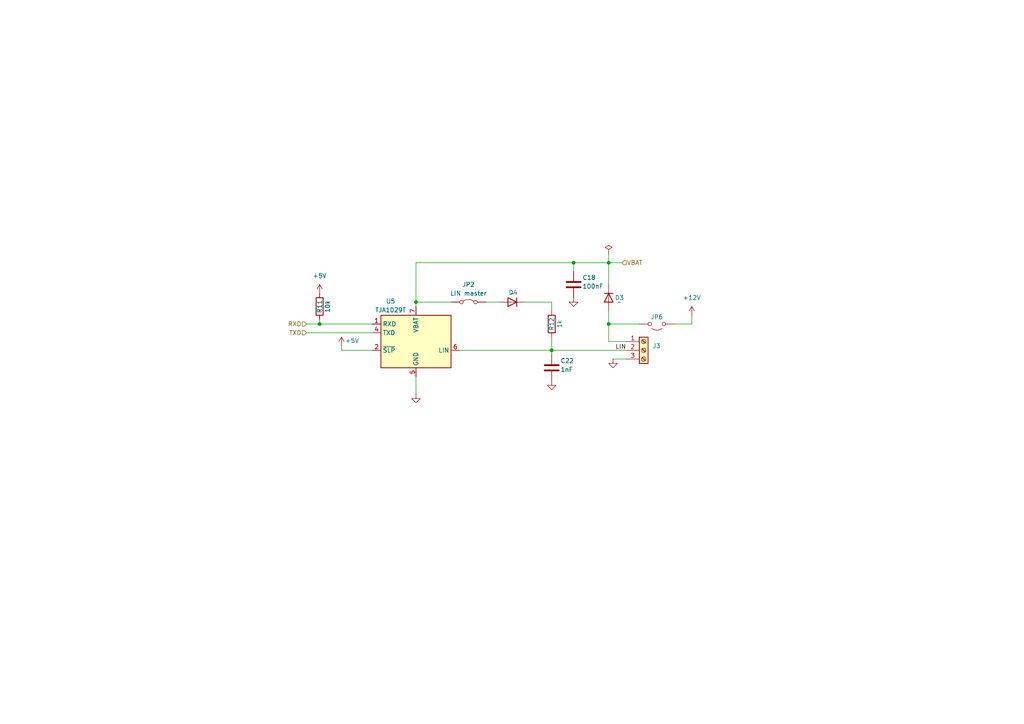
<source format=kicad_sch>
(kicad_sch (version 20231120) (generator "eeschema") (generator_version "8.0")
  (paper "A4")
  (title_block (title "FTDI Quad LIN"))
  (lib_symbols
    (symbol "Connector:Screw_Terminal_01x03" (pin_names (offset 1.016) hide)
      (property "Reference" "J" (at 0 5.08 0))
      (property "Value" "Screw_Terminal_01x03" (at 0 -5.08 0))
      (symbol "Screw_Terminal_01x03_1_1"
        (rectangle (start -1.27 3.81) (end 1.27 -3.81) (stroke (width 0.254)) (fill (type background)))
        (circle (center 0 -2.54) (radius 0.635) (stroke (width 0.1524)))
        (polyline (pts (xy -0.5334 -2.2098) (xy 0.3302 -3.048)) (stroke (width 0.1524)))
        (polyline (pts (xy -0.5334 0.3302) (xy 0.3302 -0.508)) (stroke (width 0.1524)))
        (polyline (pts (xy -0.5334 2.8702) (xy 0.3302 2.032)) (stroke (width 0.1524)))
        (polyline (pts (xy -0.3556 -2.032) (xy 0.508 -2.8702)) (stroke (width 0.1524)))
        (polyline (pts (xy -0.3556 0.508) (xy 0.508 -0.3302)) (stroke (width 0.1524)))
        (polyline (pts (xy -0.3556 3.048) (xy 0.508 2.2098)) (stroke (width 0.1524)))
        (circle (center 0 0) (radius 0.635) (stroke (width 0.1524)))
        (circle (center 0 2.54) (radius 0.635) (stroke (width 0.1524)))
        (pin passive line (at -5.08 2.54 0) (length 3.81) (name "Pin_1") (number "1"))
        (pin passive line (at -5.08 0 0) (length 3.81) (name "Pin_2") (number "2"))
        (pin passive line (at -5.08 -2.54 0) (length 3.81) (name "Pin_3") (number "3"))
      )
    )
    (symbol "Device:C" (pin_numbers hide) (pin_names (offset 0.254))
      (property "Reference" "C" (at 0.635 2.54 0))
      (property "Value" "C" (at 0.635 -2.54 0))
      (symbol "C_0_1"
        (polyline (pts (xy -2.032 -0.762) (xy 2.032 -0.762)) (stroke (width 0.508)))
        (polyline (pts (xy -2.032 0.762) (xy 2.032 0.762)) (stroke (width 0.508)))
      )
      (symbol "C_1_1"
        (pin passive line (at 0 3.81 270) (length 2.794) (name "~") (number "1"))
        (pin passive line (at 0 -3.81 90) (length 2.794) (name "~") (number "2"))
      )
    )
    (symbol "Device:D" (pin_numbers hide) (pin_names (offset 1.016) hide)
      (property "Reference" "D" (at 0 2.54 0))
      (property "Value" "D" (at 0 -2.54 0))
      (symbol "D_0_1"
        (polyline (pts (xy -1.27 1.27) (xy -1.27 -1.27)) (stroke (width 0.254)))
        (polyline (pts (xy 1.27 0) (xy -1.27 0)))
        (polyline (pts (xy 1.27 1.27) (xy 1.27 -1.27) (xy -1.27 0) (xy 1.27 1.27)) (stroke (width 0.254)))
      )
      (symbol "D_1_1"
        (pin passive line (at -3.81 0 0) (length 2.54) (name "K") (number "1"))
        (pin passive line (at 3.81 0 180) (length 2.54) (name "A") (number "2"))
      )
    )
    (symbol "Device:R" (pin_numbers hide) (pin_names (offset 0))
      (property "Reference" "R" (at 2.032 0 90))
      (property "Value" "R" (at 0 0 90))
      (symbol "R_0_1"
        (rectangle (start -1.016 -2.54) (end 1.016 2.54) (stroke (width 0.254)))
      )
      (symbol "R_1_1"
        (pin passive line (at 0 3.81 270) (length 1.27) (name "~") (number "1"))
        (pin passive line (at 0 -3.81 90) (length 1.27) (name "~") (number "2"))
      )
    )
    (symbol "Interface_CAN_LIN:TJA1029T"
      (property "Reference" "U" (at -10.16 8.89 0))
      (property "Value" "TJA1029T" (at 1.27 8.89 0))
      (symbol "TJA1029T_0_1"
        (rectangle (start -10.16 7.62) (end 10.16 -7.62) (stroke (width 0.254)) (fill (type background)))
      )
      (symbol "TJA1029T_1_1"
        (pin open_collector line (at -12.7 5.08 0) (length 2.54) (name "RXD") (number "1"))
        (pin input line (at -12.7 -2.54 0) (length 2.54) (name "~{SLP}") (number "2"))
        (pin no_connect line (at -10.16 -5.08 0) (length 2.54) hide (name "NC") (number "3"))
        (pin input line (at -12.7 2.54 0) (length 2.54) (name "TXD") (number "4"))
        (pin power_in line (at 0 -10.16 90) (length 2.54) (name "GND") (number "5"))
        (pin bidirectional line (at 12.7 -2.54 180) (length 2.54) (name "LIN") (number "6"))
        (pin power_in line (at 0 10.16 270) (length 2.54) (name "VBAT") (number "7"))
        (pin no_connect line (at 10.16 2.54 180) (length 2.54) hide (name "NC") (number "8"))
      )
    )
    (symbol "Jumper:Jumper_2_Bridged" (pin_numbers hide) (pin_names (offset 0) hide) (exclude_from_sim yes)
      (property "Reference" "JP" (at 0 1.905 0))
      (property "Value" "Jumper_2_Bridged" (at 0 -2.54 0))
      (symbol "Jumper_2_Bridged_0_0"
        (circle (center -2.032 0) (radius 0.508))
        (circle (center 2.032 0) (radius 0.508))
      )
      (symbol "Jumper_2_Bridged_0_1"
        (arc (start 1.524 0.254) (mid 0 0.762) (end -1.524 0.254))
      )
      (symbol "Jumper_2_Bridged_1_1"
        (pin passive line (at -5.08 0 0) (length 2.54) (name "A") (number "1"))
        (pin passive line (at 5.08 0 180) (length 2.54) (name "B") (number "2"))
      )
    )
    (symbol "Jumper:Jumper_2_Open" (pin_numbers hide) (pin_names (offset 0) hide) (exclude_from_sim yes)
      (property "Reference" "JP" (at 0 2.794 0))
      (property "Value" "Jumper_2_Open" (at 0 -2.286 0))
      (symbol "Jumper_2_Open_0_0"
        (circle (center -2.032 0) (radius 0.508))
        (circle (center 2.032 0) (radius 0.508))
      )
      (symbol "Jumper_2_Open_0_1"
        (arc (start 1.524 1.27) (mid 0 1.778) (end -1.524 1.27))
      )
      (symbol "Jumper_2_Open_1_1"
        (pin passive line (at -5.08 0 0) (length 2.54) (name "A") (number "1"))
        (pin passive line (at 5.08 0 180) (length 2.54) (name "B") (number "2"))
      )
    )
    (symbol "power:+12V" (power) (pin_numbers hide) (pin_names (offset 0) hide)
      (property "Value" "+12V" (at 0 3.556 0))
      (symbol "+12V_0_1"
        (polyline (pts (xy -0.762 1.27) (xy 0 2.54)))
        (polyline (pts (xy 0 0) (xy 0 2.54)))
        (polyline (pts (xy 0 2.54) (xy 0.762 1.27)))
      )
      (symbol "+12V_1_1"
        (pin power_in line (at 0 0 90) (length 0) (name "~") (number "1"))
      )
    )
    (symbol "power:+5V" (power) (pin_numbers hide) (pin_names (offset 0) hide)
      (property "Value" "+5V" (at 0 3.556 0))
      (symbol "+5V_0_1"
        (polyline (pts (xy -0.762 1.27) (xy 0 2.54)))
        (polyline (pts (xy 0 0) (xy 0 2.54)))
        (polyline (pts (xy 0 2.54) (xy 0.762 1.27)))
      )
      (symbol "+5V_1_1"
        (pin power_in line (at 0 0 90) (length 0) (name "~") (number "1"))
      )
    )
    (symbol "power:GND" (power) (pin_numbers hide) (pin_names (offset 0) hide)
      (property "Value" "GND" (at 0 -3.81 0))
      (symbol "GND_0_1"
        (polyline (pts (xy 0 0) (xy 0 -1.27) (xy 1.27 -1.27) (xy 0 -2.54) (xy -1.27 -1.27) (xy 0 -1.27)))
      )
      (symbol "GND_1_1"
        (pin power_in line (at 0 0 270) (length 0) (name "~") (number "1"))
      )
    )
    (symbol "power:PWR_FLAG" (power) (pin_numbers hide) (pin_names (offset 0) hide)
      (property "Value" "PWR_FLAG" (at 0 3.81 0))
      (symbol "PWR_FLAG_0_0"
        (pin power_out line (at 0 0 90) (length 0) (name "~") (number "1"))
      )
      (symbol "PWR_FLAG_0_1"
        (polyline (pts (xy 0 0) (xy 0 1.27) (xy -1.016 1.905) (xy 0 2.54) (xy 1.016 1.905) (xy 0 1.27)))
      )
    )
  )
  (junction (at 166.37 76.2))
  (junction (at 176.53 93.98))
  (junction (at 176.53 76.2))
  (junction (at 92.71 93.98))
  (junction (at 120.65 87.63))
  (junction (at 160.02 101.6))
  (wire (pts (xy 160.02 101.6) (xy 181.61 101.6)))
  (wire (pts (xy 120.65 87.63) (xy 120.65 88.9)))
  (wire (pts (xy 107.95 93.98) (xy 92.71 93.98)))
  (wire (pts (xy 140.97 87.63) (xy 144.78 87.63)))
  (wire (pts (xy 107.95 101.6) (xy 99.06 101.6)))
  (wire (pts (xy 176.53 99.06) (xy 176.53 93.98)))
  (wire (pts (xy 120.65 76.2) (xy 120.65 87.63)))
  (wire (pts (xy 176.53 82.55) (xy 176.53 76.2)))
  (wire (pts (xy 181.61 104.14) (xy 177.8 104.14)))
  (wire (pts (xy 120.65 109.22) (xy 120.65 114.3)))
  (wire (pts (xy 160.02 97.79) (xy 160.02 101.6)))
  (wire (pts (xy 88.9 93.98) (xy 92.71 93.98)))
  (wire (pts (xy 120.65 87.63) (xy 130.81 87.63)))
  (wire (pts (xy 133.35 101.6) (xy 160.02 101.6)))
  (wire (pts (xy 92.71 93.98) (xy 92.71 92.71)))
  (wire (pts (xy 176.53 90.17) (xy 176.53 93.98)))
  (wire (pts (xy 176.53 76.2) (xy 180.34 76.2)))
  (wire (pts (xy 166.37 76.2) (xy 176.53 76.2)))
  (wire (pts (xy 200.66 93.98) (xy 195.58 93.98)))
  (wire (pts (xy 200.66 91.44) (xy 200.66 93.98)))
  (wire (pts (xy 152.4 87.63) (xy 160.02 87.63)))
  (wire (pts (xy 160.02 87.63) (xy 160.02 90.17)))
  (wire (pts (xy 166.37 76.2) (xy 166.37 78.74)))
  (wire (pts (xy 160.02 101.6) (xy 160.02 102.87)))
  (wire (pts (xy 176.53 93.98) (xy 185.42 93.98)))
  (wire (pts (xy 88.9 96.52) (xy 107.95 96.52)))
  (wire (pts (xy 120.65 76.2) (xy 166.37 76.2)))
  (wire (pts (xy 176.53 73.66) (xy 176.53 76.2)))
  (wire (pts (xy 99.06 101.6) (xy 99.06 100.33)))
  (wire (pts (xy 181.61 99.06) (xy 176.53 99.06)))
  (label "LIN" (at 181.61 101.6 180))
  (hierarchical_label "VBAT" (shape input) (at 180.34 76.2 0))
  (hierarchical_label "RXD" (shape input) (at 88.9 93.98 180))
  (hierarchical_label "TXD" (shape input) (at 88.9 96.52 180))
  (symbol (lib_id "power:GND") (at 177.8 104.14 0) (unit 1)
    (property "Reference" "#PWR059" (effects (hide yes)))
    (property "Value" "GND" (effects (hide yes)))
    (property "Description" "Power symbol creates a global label with name \"GND\" , ground" (effects (hide yes)))
    (instances (project "lin_hw" (path "" (reference "#PWR059") (unit 1)) (path "" (reference "#PWR071") (unit 1)) (path "" (reference "#PWR065") (unit 1)) (path "" (reference "#PWR053") (unit 1))))
  )
  (symbol (lib_id "Device:R") (at 92.71 88.9 0) (unit 1)
    (property "Reference" "R11" (at 92.71 88.9 90))
    (property "Value" "10k" (at 94.996 88.9 90))
    (property "Footprint" "Resistor_SMD:R_0805_2012Metric" (effects (hide yes)))
    (property "Description" "Resistor" (effects (hide yes)))
    (instances (project "lin_hw" (path "" (reference "R11") (unit 1)) (path "" (reference "R15") (unit 1)) (path "" (reference "R13") (unit 1)) (path "" (reference "R9") (unit 1))))
  )
  (symbol (lib_id "Device:D") (at 176.53 86.36 270) (unit 1)
    (property "Reference" "D3" (at 178.308 86.36 90) (effects (justify left)))
    (property "Value" "~" (at 179.07 87.63 90) (effects (justify left)))
    (property "Footprint" "Diode_SMD:D_SOD-323_HandSoldering" (effects (hide yes)))
    (property "Description" "Diode" (effects (hide yes)))
    (property "Sim.Device" "D" (effects (hide yes)))
    (property "Sim.Pins" "1=K 2=A" (effects (hide yes)))
    (property "manf#" "BAS321,115" (effects (hide yes)))
    (instances (project "lin_hw" (path "" (reference "D3") (unit 1)) (path "" (reference "D7") (unit 1)) (path "" (reference "D5") (unit 1)) (path "" (reference "D1") (unit 1))))
  )
  (symbol (lib_id "power:GND") (at 160.02 110.49 0) (unit 1)
    (property "Reference" "#PWR080" (effects (hide yes)))
    (property "Value" "GND" (effects (hide yes)))
    (property "Description" "Power symbol creates a global label with name \"GND\" , ground" (effects (hide yes)))
    (instances (project "lin_hw" (path "" (reference "#PWR080") (unit 1)) (path "" (reference "#PWR082") (unit 1)) (path "" (reference "#PWR081") (unit 1)) (path "" (reference "#PWR079") (unit 1))))
  )
  (symbol (lib_id "Interface_CAN_LIN:TJA1029T") (at 120.65 99.06 0) (unit 1)
    (property "Reference" "U5" (at 113.284 87.376 0))
    (property "Value" "TJA1029T" (at 113.284 89.916 0))
    (property "Footprint" "Package_SO:SOIC-8_3.9x4.9mm_P1.27mm" (effects (hide yes)))
    (property "Datasheet" "http://www.nxp.com/docs/en/data-sheet/TJA1029.pdf" (effects (hide yes)))
    (property "Description" "LIN 2.2A/SAE J2602 transceiver with TXD dominant timeout, SOIC-8" (effects (hide yes)))
    (property "manf#" "TJA1029T,118" (effects (hide yes)))
    (instances (project "lin_hw" (path "" (reference "U5") (unit 1)) (path "" (reference "U7") (unit 1)) (path "" (reference "U6") (unit 1)) (path "" (reference "U2") (unit 1))))
  )
  (symbol (lib_id "Device:C") (at 160.02 106.68 0) (unit 1)
    (property "Reference" "C22" (at 162.56 104.648 0) (effects (justify left)))
    (property "Value" "1nF" (at 162.56 107.188 0) (effects (justify left)))
    (property "Footprint" "Capacitor_SMD:C_0805_2012Metric" (effects (hide yes)))
    (property "Description" "Unpolarized capacitor" (effects (hide yes)))
    (instances (project "lin_hw" (path "" (reference "C22") (unit 1)) (path "" (reference "C24") (unit 1)) (path "" (reference "C23") (unit 1)) (path "" (reference "C21") (unit 1))))
  )
  (symbol (lib_id "power:PWR_FLAG") (at 176.53 73.66 0) (unit 1)
    (property "Reference" "#FLG03" (effects (hide yes)))
    (property "Value" "PWR_FLAG" (effects (hide yes)))
    (property "Description" "Special symbol for telling ERC where power comes from" (effects (hide yes)))
    (instances (project "" (path "" (reference "#FLG03") (unit 1)) (path "" (reference "#FLG06") (unit 1)) (path "" (reference "#FLG05") (unit 1)) (path "" (reference "#FLG01") (unit 1))))
  )
  (symbol (lib_id "power:GND") (at 166.37 86.36 0) (unit 1)
    (property "Reference" "#PWR058" (effects (hide yes)))
    (property "Value" "GND" (effects (hide yes)))
    (property "Description" "Power symbol creates a global label with name \"GND\" , ground" (effects (hide yes)))
    (instances (project "lin_hw" (path "" (reference "#PWR058") (unit 1)) (path "" (reference "#PWR070") (unit 1)) (path "" (reference "#PWR064") (unit 1)) (path "" (reference "#PWR052") (unit 1))))
  )
  (symbol (lib_id "Jumper:Jumper_2_Open") (at 190.5 93.98 180) (unit 1) (exclude_from_sim yes)
    (property "Reference" "JP6" (at 190.5 91.948 0))
    (property "Value" "Jumper_2_Open" (effects (hide yes)))
    (property "Footprint" "TestPoint:TestPoint_2Pads_Pitch2.54mm_Drill0.8mm" (effects (hide yes)))
    (property "Description" "Jumper, 2-pole, open" (effects (hide yes)))
    (instances (project "" (path "" (reference "JP6") (unit 1)) (path "" (reference "JP8") (unit 1)) (path "" (reference "JP7") (unit 1)) (path "" (reference "JP5") (unit 1))))
  )
  (symbol (lib_id "Jumper:Jumper_2_Bridged") (at 135.89 87.63 0) (unit 1) (exclude_from_sim yes)
    (property "Reference" "JP2" (at 135.89 82.55 0))
    (property "Value" "LIN master" (at 135.89 85.09 0))
    (property "Footprint" "TestPoint:TestPoint_2Pads_Pitch2.54mm_Drill0.8mm" (effects (hide yes)))
    (property "Description" "Jumper, 2-pole, closed/bridged" (effects (hide yes)))
    (instances (project "lin_hw" (path "" (reference "JP2") (unit 1)) (path "" (reference "JP4") (unit 1)) (path "" (reference "JP3") (unit 1)) (path "" (reference "JP1") (unit 1))))
  )
  (symbol (lib_id "Connector:Screw_Terminal_01x03") (at 186.69 101.6 0) (unit 1)
    (property "Reference" "J3" (at 189.23 100.3299 0) (effects (justify left)))
    (property "Value" "Screw_Terminal_01x03" (effects (hide yes)))
    (property "Footprint" "ftdi_quad_lin:lin_connector" (effects (hide yes)))
    (property "Description" "Generic screw terminal, single row, 01x03, script generated (kicad-library-utils/schlib/autogen/connector/)" (effects (hide yes)))
    (instances (project "lin_hw" (path "" (reference "J3") (unit 1)) (path "" (reference "J5") (unit 1)) (path "" (reference "J4") (unit 1)) (path "" (reference "J2") (unit 1))))
  )
  (symbol (lib_id "power:GND") (at 120.65 114.3 0) (unit 1)
    (property "Reference" "#PWR056" (effects (hide yes)))
    (property "Value" "GND" (effects (hide yes)))
    (property "Description" "Power symbol creates a global label with name \"GND\" , ground" (effects (hide yes)))
    (instances (project "lin_hw" (path "" (reference "#PWR056") (unit 1)) (path "" (reference "#PWR068") (unit 1)) (path "" (reference "#PWR062") (unit 1)) (path "" (reference "#PWR050") (unit 1))))
  )
  (symbol (lib_id "Device:C") (at 166.37 82.55 0) (unit 1)
    (property "Reference" "C18" (at 168.91 80.518 0) (effects (justify left)))
    (property "Value" "100nF" (at 168.91 83.058 0) (effects (justify left)))
    (property "Footprint" "Capacitor_SMD:C_0805_2012Metric" (effects (hide yes)))
    (property "Description" "Unpolarized capacitor" (effects (hide yes)))
    (instances (project "lin_hw" (path "" (reference "C18") (unit 1)) (path "" (reference "C20") (unit 1)) (path "" (reference "C19") (unit 1)) (path "" (reference "C17") (unit 1))))
  )
  (symbol (lib_id "Device:R") (at 160.02 93.98 0) (unit 1)
    (property "Reference" "R12" (at 160.02 93.98 90))
    (property "Value" "1k" (at 162.306 93.98 90))
    (property "Footprint" "Resistor_SMD:R_0805_2012Metric" (effects (hide yes)))
    (property "Description" "Resistor" (effects (hide yes)))
    (instances (project "lin_hw" (path "" (reference "R12") (unit 1)) (path "" (reference "R16") (unit 1)) (path "" (reference "R14") (unit 1)) (path "" (reference "R10") (unit 1))))
  )
  (symbol (lib_id "power:+5V") (at 92.71 85.09 0) (unit 1)
    (property "Reference" "#PWR054" (effects (hide yes)))
    (property "Value" "+5V" (at 92.71 80.01 0))
    (property "Description" "Power symbol creates a global label with name \"+5V\"" (effects (hide yes)))
    (instances (project "lin_hw" (path "" (reference "#PWR054") (unit 1)) (path "" (reference "#PWR066") (unit 1)) (path "" (reference "#PWR060") (unit 1)) (path "" (reference "#PWR01") (unit 1))))
  )
  (symbol (lib_id "Device:D") (at 148.59 87.63 180) (unit 1)
    (property "Reference" "D4" (at 148.844 84.836 0))
    (property "Value" "~" (at 148.59 85.09 0))
    (property "Footprint" "Diode_SMD:D_SOD-323_HandSoldering" (effects (hide yes)))
    (property "Description" "Diode" (effects (hide yes)))
    (property "Sim.Device" "D" (effects (hide yes)))
    (property "Sim.Pins" "1=K 2=A" (effects (hide yes)))
    (property "manf#" "BAS321,115" (effects (hide yes)))
    (instances (project "lin_hw" (path "" (reference "D4") (unit 1)) (path "" (reference "D8") (unit 1)) (path "" (reference "D6") (unit 1)) (path "" (reference "D2") (unit 1))))
  )
  (symbol (lib_id "power:+12V") (at 200.66 91.44 0) (unit 1)
    (property "Reference" "#PWR083" (effects (hide yes)))
    (property "Value" "+12V" (at 200.66 86.36 0))
    (property "Description" "Power symbol creates a global label with name \"+12V\"" (effects (hide yes)))
    (instances (project "" (path "" (reference "#PWR083") (unit 1)) (path "" (reference "#PWR085") (unit 1)) (path "" (reference "#PWR084") (unit 1)) (path "" (reference "#PWR069") (unit 1))))
  )
  (symbol (lib_id "power:+5V") (at 99.06 100.33 0) (unit 1)
    (property "Reference" "#PWR055" (effects (hide yes)))
    (property "Value" "+5V" (at 102.108 98.806 0))
    (property "Description" "Power symbol creates a global label with name \"+5V\"" (effects (hide yes)))
    (instances (project "lin_hw" (path "" (reference "#PWR055") (unit 1)) (path "" (reference "#PWR067") (unit 1)) (path "" (reference "#PWR061") (unit 1)) (path "" (reference "#PWR02") (unit 1))))
  )
)
</source>
